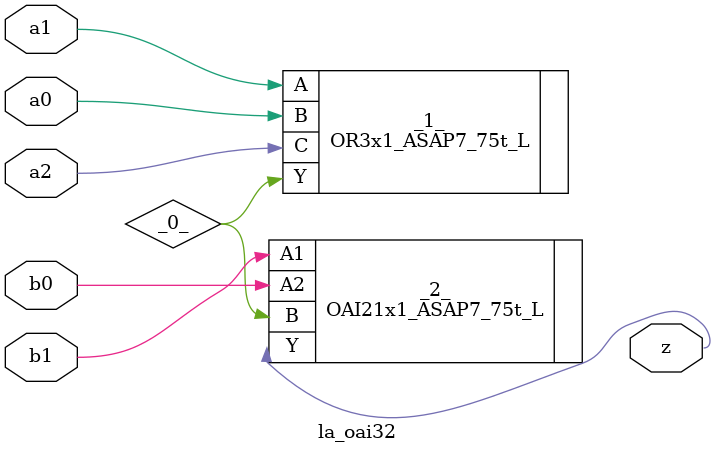
<source format=v>

/* Generated by Yosys 0.40 (git sha1 a1bb0255d, g++ 11.4.0-1ubuntu1~22.04 -fPIC -Os) */

module la_oai32(a0, a1, a2, b0, b1, z);
  wire _0_;
  input a0;
  wire a0;
  input a1;
  wire a1;
  input a2;
  wire a2;
  input b0;
  wire b0;
  input b1;
  wire b1;
  output z;
  wire z;
  OR3x1_ASAP7_75t_L _1_ (
    .A(a1),
    .B(a0),
    .C(a2),
    .Y(_0_)
  );
  OAI21x1_ASAP7_75t_L _2_ (
    .A1(b1),
    .A2(b0),
    .B(_0_),
    .Y(z)
  );
endmodule

</source>
